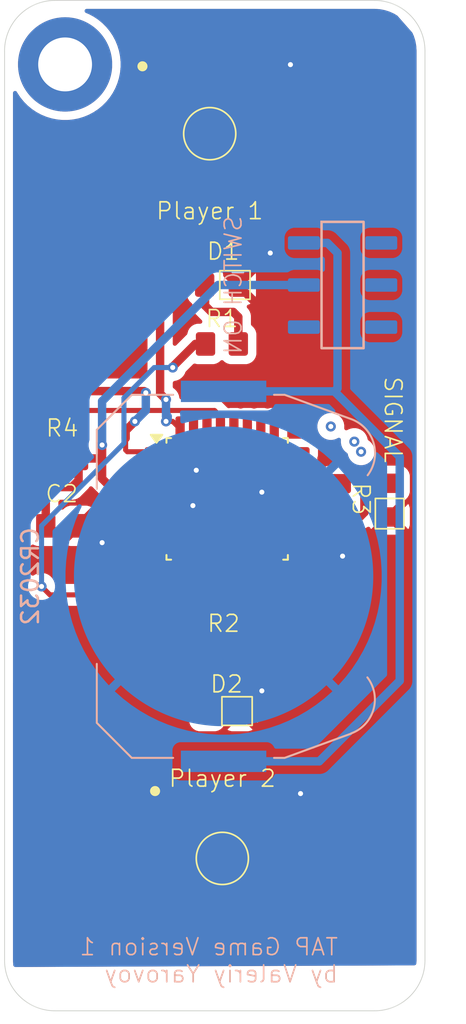
<source format=kicad_pcb>
(kicad_pcb (version 20241229) (generator "pcbnew") (generator_version "9.0")
  (layers (0 "F.Cu" signal) (2 "B.Cu" signal) (13 "F.Paste" user) (15 "B.Paste" user) (5 "F.SilkS" user "F.Silkscreen") (7 "B.SilkS" user "B.Silkscreen") (1 "F.Mask" user) (3 "B.Mask" user) (25 "Edge.Cuts" user))
  (net 0 "")
  (net 1 "GND")
  (net 2 "Net-(BT1-+)")
  (net 3 "VCC")
  (net 4 "Net-(D1-A)")
  (net 5 "Net-(D2-A)")
  (net 6 "Net-(D3-A)")
  (net 7 "Net-(U1-PB0)")
  (net 8 "Net-(U1-PB1)")
  (net 9 "Net-(U1-PB2)")
  (net 10 "Net-(U1-~{RESET}{slash}PC6)")
  (net 11 "Net-(U1-PD2)")
  (net 12 "Net-(U1-PD3)")
  (footprint "0805_LED_projekt_version1:SWITCH_6x6_Led_peoject" (layer "F.Cu") (at 180.55 91.55)
    (property "Reference" "Player 2" (at 0 -4.75 0) (layer "F.SilkS") (effects (font (thickness 0.1))))
    (property "Value" "SW_MEC_5E" (hide yes))
    (fp_circle (center -4 -4) (end -4 -4) (stroke (width 0.3)) (fill no) (layer "F.SilkS"))
    (fp_circle (center 0 0) (end 1.55 0) (stroke (width 0.1)) (fill no) (layer "F.SilkS"))
    (pad "1" smd roundrect (at -2.95 -2.25) (size 2.5 1.4) (layers "F.Cu" "F.Mask" "F.Paste") (roundrect_rratio 0.15) (net 12 "Net-(U1-PD3)"))
    (pad "2" smd roundrect (at -2.95 2.25) (size 3.2 1.4) (layers "F.Cu" "F.Mask" "F.Paste") (roundrect_rratio 0.15) (net 12 "Net-(U1-PD3)"))
    (pad "3" smd roundrect (at 2.95 -2.25) (size 3.2 1.4) (layers "F.Cu" "F.Mask" "F.Paste") (roundrect_rratio 0.15) (net 1 "GND"))
    (pad "4" smd roundrect (at 2.95 2.25) (size 2.5 1.4) (layers "F.Cu" "F.Mask" "F.Paste") (roundrect_rratio 0.15) (net 1 "GND"))
  )
  (footprint "0805_LED_projekt_version1:0805_Capacitor_prodject_version1_copy" (layer "F.Cu") (at 180.625 79.6)
    (property "Reference" "R2" (at 0 -2 0) (layer "F.SilkS") (effects (font (thickness 0.1))))
    (property "Value" "R")
    (pad "1" smd roundrect (at -0.975 0) (size 1.15 1.4) (layers "F.Cu" "F.Mask" "F.Paste") (roundrect_rratio 0.15) (net 8 "Net-(U1-PB1)"))
    (pad "2" smd roundrect (at 0.975 0) (size 1.15 1.4) (layers "F.Cu" "F.Mask" "F.Paste") (roundrect_rratio 0.15) (net 5 "Net-(D2-A)"))
  )
  (footprint "0805_LED_projekt_version1:0805_Capacitor_prodject_version1_copy" (layer "F.Cu") (at 180.525 61)
    (property "Reference" "R1" (at 0 -1.5 0) (layer "F.SilkS") (effects (font (thickness 0.1))))
    (property "Value" "R")
    (pad "1" smd roundrect (at -0.975 0) (size 1.15 1.4) (layers "F.Cu" "F.Mask" "F.Paste") (roundrect_rratio 0.15) (net 7 "Net-(U1-PB0)"))
    (pad "2" smd roundrect (at 0.975 0) (size 1.15 1.4) (layers "F.Cu" "F.Mask" "F.Paste") (roundrect_rratio 0.15) (net 4 "Net-(D1-A)"))
  )
  (footprint "0805_LED_projekt_version1:0805_Capacitor_prodject_version1_copy" (layer "F.Cu") (at 171.025 67.8)
    (property "Reference" "R4" (at 0 -1.8 0) (layer "F.SilkS") (effects (font (thickness 0.1))))
    (property "Value" "R")
    (pad "1" smd roundrect (at -0.975 0) (size 1.15 1.4) (layers "F.Cu" "F.Mask" "F.Paste") (roundrect_rratio 0.15) (net 10 "Net-(U1-~{RESET}{slash}PC6)"))
    (pad "2" smd roundrect (at 0.975 0) (size 1.15 1.4) (layers "F.Cu" "F.Mask" "F.Paste") (roundrect_rratio 0.15) (net 3 "VCC"))
  )
  (footprint "0805_LED_projekt_version1:SWITCH_6x6_Led_peoject" (layer "F.Cu") (at 179.8 48.512501)
    (property "Reference" "Player 1" (at 0 4.587499 0) (layer "F.SilkS") (effects (font (thickness 0.1))))
    (property "Value" "SW_MEC_5E")
    (fp_circle (center -4 -4) (end -4 -4) (stroke (width 0.3)) (fill no) (layer "F.SilkS"))
    (fp_circle (center 0 0) (end 1.55 0) (stroke (width 0.1)) (fill no) (layer "F.SilkS"))
    (pad "1" smd roundrect (at -2.95 -2.25) (size 2.5 1.4) (layers "F.Cu" "F.Mask" "F.Paste") (roundrect_rratio 0.15) (net 11 "Net-(U1-PD2)"))
    (pad "2" smd roundrect (at -2.95 2.25) (size 3.2 1.4) (layers "F.Cu" "F.Mask" "F.Paste") (roundrect_rratio 0.15) (net 11 "Net-(U1-PD2)"))
    (pad "3" smd roundrect (at 2.95 -2.25) (size 3.2 1.4) (layers "F.Cu" "F.Mask" "F.Paste") (roundrect_rratio 0.15) (net 1 "GND"))
    (pad "4" smd roundrect (at 2.95 2.25) (size 2.5 1.4) (layers "F.Cu" "F.Mask" "F.Paste") (roundrect_rratio 0.15) (net 1 "GND"))
  )
  (footprint "0805_LED_projekt_version1:0805_LED_prodject_version1" (layer "F.Cu") (at 180.625 82.8)
    (property "Reference" "D2" (at 0.175 -1.6 0) (layer "F.SilkS") (effects (font (thickness 0.1))))
    (property "Value" "~")
    (fp_rect (start -0.1 -0.85) (end 1.7 0.85) (stroke (width 0.1)) (fill no) (layer "F.SilkS"))
    (pad "1" smd roundrect (at -1 0) (size 1.15 1.4) (layers "F.Cu" "F.Mask" "F.Paste") (roundrect_rratio 0.15) (net 5 "Net-(D2-A)"))
    (pad "2" smd roundrect (at 1 0) (size 1.15 1.4) (layers "F.Cu" "F.Mask" "F.Paste") (roundrect_rratio 0.15) (net 1 "GND"))
  )
  (footprint "0805_LED_projekt_version1:0805_Capacitor_prodject_version1_copy" (layer "F.Cu") (at 187.5 70.275 -90)
    (property "Reference" "R3" (at -0.075 -1.3 270) (layer "F.SilkS") (effects (font (thickness 0.1))))
    (property "Value" "R")
    (pad "1" smd roundrect (at -0.975 0 270) (size 1.15 1.4) (layers "F.Cu" "F.Mask" "F.Paste") (roundrect_rratio 0.15) (net 9 "Net-(U1-PB2)"))
    (pad "2" smd roundrect (at 0.975 0 270) (size 1.15 1.4) (layers "F.Cu" "F.Mask" "F.Paste") (roundrect_rratio 0.15) (net 6 "Net-(D3-A)"))
  )
  (footprint "Package_QFP:TQFP-32_7x7mm_P0.8mm" (layer "F.Cu") (at 180.8375 70.2)
    (property "Reference" "U1" (hide yes))
    (property "Value" "ATmega328P-A")
    (fp_line (start -3.61 -3.61) (end -3.61 -3.335) (stroke (width 0.12)) (layer "F.SilkS"))
    (fp_line (start -3.61 3.61) (end -3.61 3.335) (stroke (width 0.12)) (layer "F.SilkS"))
    (fp_line (start -3.335 -3.61) (end -3.61 -3.61) (stroke (width 0.12)) (layer "F.SilkS"))
    (fp_line (start -3.335 3.61) (end -3.61 3.61) (stroke (width 0.12)) (layer "F.SilkS"))
    (fp_line (start 3.335 -3.61) (end 3.61 -3.61) (stroke (width 0.12)) (layer "F.SilkS"))
    (fp_line (start 3.335 3.61) (end 3.61 3.61) (stroke (width 0.12)) (layer "F.SilkS"))
    (fp_line (start 3.61 -3.61) (end 3.61 -3.335) (stroke (width 0.12)) (layer "F.SilkS"))
    (fp_line (start 3.61 3.61) (end 3.61 3.335) (stroke (width 0.12)) (layer "F.SilkS"))
    (fp_poly (pts (xy -4.2 -3.335) (xy -4.54 -3.805) (xy -3.86 -3.805)) (stroke (width 0.12)) (fill yes) (layer "F.SilkS"))
    (pad "1" smd roundrect (at -4.1625 -2.8) (size 1.475 0.55) (layers "F.Cu" "F.Mask" "F.Paste") (net 12 "Net-(U1-PD3)"))
    (pad "2" smd roundrect (at -4.1625 -2) (size 1.475 0.55) (layers "F.Cu" "F.Mask" "F.Paste"))
    (pad "3" smd roundrect (at -4.1625 -1.2) (size 1.475 0.55) (layers "F.Cu" "F.Mask" "F.Paste") (net 1 "GND"))
    (pad "4" smd roundrect (at -4.1625 -0.4) (size 1.475 0.55) (layers "F.Cu" "F.Mask" "F.Paste") (net 3 "VCC"))
    (pad "5" smd roundrect (at -4.1625 0.4) (size 1.475 0.55) (layers "F.Cu" "F.Mask" "F.Paste") (net 1 "GND"))
    (pad "6" smd roundrect (at -4.1625 1.2) (size 1.475 0.55) (layers "F.Cu" "F.Mask" "F.Paste") (net 3 "VCC"))
    (pad "7" smd roundrect (at -4.1625 2) (size 1.475 0.55) (layers "F.Cu" "F.Mask" "F.Paste"))
    (pad "8" smd roundrect (at -4.1625 2.8) (size 1.475 0.55) (layers "F.Cu" "F.Mask" "F.Paste"))
    (pad "9" smd roundrect (at -2.8 4.1625) (size 0.55 1.475) (layers "F.Cu" "F.Mask" "F.Paste"))
    (pad "10" smd roundrect (at -2 4.1625) (size 0.55 1.475) (layers "F.Cu" "F.Mask" "F.Paste"))
    (pad "11" smd roundrect (at -1.2 4.1625) (size 0.55 1.475) (layers "F.Cu" "F.Mask" "F.Paste"))
    (pad "12" smd roundrect (at -0.4 4.1625) (size 0.55 1.475) (layers "F.Cu" "F.Mask" "F.Paste") (net 7 "Net-(U1-PB0)"))
    (pad "13" smd roundrect (at 0.4 4.1625) (size 0.55 1.475) (layers "F.Cu" "F.Mask" "F.Paste") (net 8 "Net-(U1-PB1)"))
    (pad "14" smd roundrect (at 1.2 4.1625) (size 0.55 1.475) (layers "F.Cu" "F.Mask" "F.Paste") (net 9 "Net-(U1-PB2)"))
    (pad "15" smd roundrect (at 2 4.1625) (size 0.55 1.475) (layers "F.Cu" "F.Mask" "F.Paste"))
    (pad "16" smd roundrect (at 2.8 4.1625) (size 0.55 1.475) (layers "F.Cu" "F.Mask" "F.Paste"))
    (pad "17" smd roundrect (at 4.1625 2.8) (size 1.475 0.55) (layers "F.Cu" "F.Mask" "F.Paste"))
    (pad "18" smd roundrect (at 4.1625 2) (size 1.475 0.55) (layers "F.Cu" "F.Mask" "F.Paste") (net 3 "VCC"))
    (pad "19" smd roundrect (at 4.1625 1.2) (size 1.475 0.55) (layers "F.Cu" "F.Mask" "F.Paste"))
    (pad "20" smd roundrect (at 4.1625 0.4) (size 1.475 0.55) (layers "F.Cu" "F.Mask" "F.Paste"))
    (pad "21" smd roundrect (at 4.1625 -0.4) (size 1.475 0.55) (layers "F.Cu" "F.Mask" "F.Paste") (net 1 "GND"))
    (pad "22" smd roundrect (at 4.1625 -1.2) (size 1.475 0.55) (layers "F.Cu" "F.Mask" "F.Paste"))
    (pad "23" smd roundrect (at 4.1625 -2) (size 1.475 0.55) (layers "F.Cu" "F.Mask" "F.Paste"))
    (pad "24" smd roundrect (at 4.1625 -2.8) (size 1.475 0.55) (layers "F.Cu" "F.Mask" "F.Paste"))
    (pad "25" smd roundrect (at 2.8 -4.1625) (size 0.55 1.475) (layers "F.Cu" "F.Mask" "F.Paste"))
    (pad "26" smd roundrect (at 2 -4.1625) (size 0.55 1.475) (layers "F.Cu" "F.Mask" "F.Paste"))
    (pad "27" smd roundrect (at 1.2 -4.1625) (size 0.55 1.475) (layers "F.Cu" "F.Mask" "F.Paste"))
    (pad "28" smd roundrect (at 0.4 -4.1625) (size 0.55 1.475) (layers "F.Cu" "F.Mask" "F.Paste"))
    (pad "29" smd roundrect (at -0.4 -4.1625) (size 0.55 1.475) (layers "F.Cu" "F.Mask" "F.Paste") (net 10 "Net-(U1-~{RESET}{slash}PC6)"))
    (pad "30" smd roundrect (at -1.2 -4.1625) (size 0.55 1.475) (layers "F.Cu" "F.Mask" "F.Paste"))
    (pad "31" smd roundrect (at -2 -4.1625) (size 0.55 1.475) (layers "F.Cu" "F.Mask" "F.Paste"))
    (pad "32" smd roundrect (at -2.8 -4.1625) (size 0.55 1.475) (layers "F.Cu" "F.Mask" "F.Paste") (net 11 "Net-(U1-PD2)"))
  )
  (footprint "MountingHole:MountingHole_3.2mm_M3_DIN965_Pad_TopBottom" (layer "F.Cu") (at 171.2 44.4)
    (property "Reference" "H1" (hide yes))
    (property "Value" "MountingHole" (hide yes))
    (pad "1" thru_hole circle (at 0 0) (size 3.6 3.6) (drill 3.2) (layers "*.Cu" "*.Mask"))
    (pad "1" connect circle (at 0 0) (size 5.6 5.6) (layers "F.Cu" "F.Mask"))
    (pad "1" connect circle (at 0 0) (size 5.6 5.6) (layers "B.Cu" "B.Mask"))
  )
  (footprint "0805_LED_projekt_version1:0805_Capacitor_prodject_version1_copy" (layer "F.Cu") (at 171.025 71.8)
    (property "Reference" "C2" (at -0.025 -1.9 0) (layer "F.SilkS") (effects (font (thickness 0.1))))
    (property "Value" "1uF")
    (pad "1" smd roundrect (at -0.975 0) (size 1.15 1.4) (layers "F.Cu" "F.Mask" "F.Paste") (roundrect_rratio 0.15) (net 3 "VCC"))
    (pad "2" smd roundrect (at 0.975 0) (size 1.15 1.4) (layers "F.Cu" "F.Mask" "F.Paste") (roundrect_rratio 0.15) (net 1 "GND"))
  )
  (footprint "0805_LED_projekt_version1:0805_LED_prodject_version1" (layer "F.Cu") (at 190.5 70.275 -90)
    (property "Reference" "SIGNAL" (at -4.775 -0.2 270) (layer "F.SilkS") (effects (font (thickness 0.1))))
    (property "Value" "~" (hide yes))
    (fp_rect (start -0.1 -0.85) (end 1.7 0.85) (stroke (width 0.1)) (fill no) (layer "F.SilkS"))
    (pad "1" smd roundrect (at -1 0 270) (size 1.15 1.4) (layers "F.Cu" "F.Mask" "F.Paste") (roundrect_rratio 0.15) (net 6 "Net-(D3-A)"))
    (pad "2" smd roundrect (at 1 0 270) (size 1.15 1.4) (layers "F.Cu" "F.Mask" "F.Paste") (roundrect_rratio 0.15) (net 1 "GND"))
  )
  (footprint "0805_LED_projekt_version1:0805_LED_prodject_version1" (layer "F.Cu") (at 180.5 57.5)
    (property "Reference" "D1" (at 0.1 -2 0) (layer "F.SilkS") (effects (font (thickness 0.1))))
    (property "Value" "~")
    (fp_rect (start -0.1 -0.85) (end 1.7 0.85) (stroke (width 0.1)) (fill no) (layer "F.SilkS"))
    (pad "1" smd roundrect (at -1 0) (size 1.15 1.4) (layers "F.Cu" "F.Mask" "F.Paste") (roundrect_rratio 0.15) (net 4 "Net-(D1-A)"))
    (pad "2" smd roundrect (at 1 0) (size 1.15 1.4) (layers "F.Cu" "F.Mask" "F.Paste") (roundrect_rratio 0.15) (net 1 "GND"))
  )
  (footprint "0805_LED_projekt_version1:Knopka 1" (layer "B.Cu") (at 185.2 57.5 -90)
    (property "Reference" "SWITCH ON" (at 0 4 90) (layer "B.SilkS") (effects (font (thickness 0.1)) (justify mirror)))
    (property "Value" "SW_DPDT_x2" (hide yes))
    (fp_rect (start -3.75 -1.25) (end 3.75 -3.75) (stroke (width 0.15)) (fill no) (layer "B.SilkS"))
    (pad "1" smd roundrect (at -2.5 -0.2 270) (size 0.8 1.9) (layers "B.Cu" "B.Mask" "B.Paste") (roundrect_rratio 0.15) (net 2 "Net-(BT1-+)"))
    (pad "2" smd roundrect (at 0 -0.2 270) (size 0.8 1.9) (layers "B.Cu" "B.Mask" "B.Paste") (roundrect_rratio 0.15) (net 3 "VCC"))
    (pad "3" smd roundrect (at 2.5 -0.2 270) (size 0.8 1.9) (layers "B.Cu" "B.Mask" "B.Paste") (roundrect_rratio 0.15))
    (pad "4" smd roundrect (at -2.5 -4.8 270) (size 0.8 1.9) (layers "B.Cu" "B.Mask" "B.Paste") (roundrect_rratio 0.15))
    (pad "5" smd roundrect (at 0 -4.8 270) (size 0.8 1.9) (layers "B.Cu" "B.Mask" "B.Paste") (roundrect_rratio 0.15))
    (pad "6" smd roundrect (at 2.5 -4.8 270) (size 0.8 1.9) (layers "B.Cu" "B.Mask" "B.Paste") (roundrect_rratio 0.15))
  )
  (footprint "Battery:BatteryHolder_Keystone_3034_1x20mm" (layer "B.Cu") (at 180.625 74.8 -90)
    (property "Reference" "CR2032" (at 0 11.5 90) (layer "B.SilkS") (effects (justify mirror)))
    (property "Value" "Battery_Cell")
    (fp_line (start -8.7 7.54) (end -10.78 5.46) (stroke (width 0.12)) (layer "B.SilkS"))
    (fp_line (start -5.2 7.54) (end -8.7 7.54) (stroke (width 0.12)) (layer "B.SilkS"))
    (fp_line (start 8.7 7.54) (end 5.2 7.54) (stroke (width 0.12)) (layer "B.SilkS"))
    (fp_line (start 8.7 7.54) (end 10.78 5.46) (stroke (width 0.12)) (layer "B.SilkS"))
    (fp_line (start -10.78 5.46) (end -10.78 3) (stroke (width 0.12)) (layer "B.SilkS"))
    (fp_line (start 10.78 5.46) (end 10.78 3) (stroke (width 0.12)) (layer "B.SilkS"))
    (fp_line (start -10.78 -3) (end -10.78 -3.63) (stroke (width 0.12)) (layer "B.SilkS"))
    (fp_line (start 10.78 -3) (end 10.78 -3.63) (stroke (width 0.12)) (layer "B.SilkS"))
    (fp_line (start -10.78 -3.63) (end -9.34 -7.58) (stroke (width 0.12)) (layer "B.SilkS"))
    (fp_line (start 10.78 -3.63) (end 9.34 -7.58) (stroke (width 0.12)) (layer "B.SilkS"))
    (fp_arc (start -9.34 -7.58) (mid -7.921654 -8.918738) (end -6.003354 -8.56653) (stroke (width 0.12)) (layer "B.SilkS"))
    (fp_arc (start 6 -8.55) (mid 7.90634 -8.911669) (end 9.325243 -7.588169) (stroke (width 0.12)) (layer "B.SilkS"))
    (pad "1" smd rect (at -10.985 0 270) (size 1.27 5.08) (layers "B.Cu" "B.Mask" "B.Paste") (net 2 "Net-(BT1-+)"))
    (pad "1" smd rect (at 10.985 0 270) (size 1.27 5.08) (layers "B.Cu" "B.Mask" "B.Paste") (net 2 "Net-(BT1-+)"))
    (pad "2" smd circle (at 0 0 270) (size 17.8 17.8) (layers "B.Cu" "B.Mask") (net 1 "GND"))
  )
  (gr_line (start 183 46.4) (end 183.2 46.4) (stroke (width 0.2)) (layer "F.Cu") (net 1))
  (gr_line (start 183.2 46.2) (end 183 46.4) (stroke (width 0.2)) (layer "F.Cu") (net 1))
  (gr_line (start 167.6 97.6) (end 167.6 43.6) (stroke (width 0.05)) (layer "Edge.Cuts"))
  (gr_line (start 189.6 100.6) (end 170.6 100.6) (stroke (width 0.05)) (layer "Edge.Cuts"))
  (gr_arc (start 167.6 43.6) (mid 168.47868 41.47868) (end 170.6 40.6) (stroke (width 0.05)) (layer "Edge.Cuts"))
  (gr_arc (start 189.6 40.6) (mid 191.72132 41.47868) (end 192.6 43.6) (stroke (width 0.05)) (layer "Edge.Cuts"))
  (gr_line (start 192.6 43.6) (end 192.6 97.6) (stroke (width 0.05)) (layer "Edge.Cuts"))
  (gr_line (start 170.6 40.6) (end 189.6 40.6) (stroke (width 0.05)) (layer "Edge.Cuts"))
  (gr_arc (start 192.6 97.6) (mid 191.72132 99.72132) (end 189.6 100.6) (stroke (width 0.05)) (layer "Edge.Cuts"))
  (gr_arc (start 170.6 100.6) (mid 168.47868 99.72132) (end 167.6 97.6) (stroke (width 0.05)) (layer "Edge.Cuts"))
  (gr_text "TAP Game Version 1 \nby Valeriy Yarovoy " (at 187.5 99 0) (layer "B.SilkS") (effects (font (size 1 1) (thickness 0.1)) (justify left bottom mirror)))
  (via (at 188.4 66.8) (size 0.6) (drill 0.3) (layers "F.Cu" "B.Cu") (net 0))
  (via (at 188.8 67.4) (size 0.6) (drill 0.3) (layers "F.Cu" "B.Cu") (net 0))
  (via (at 187 65.9) (size 0.6) (drill 0.3) (layers "F.Cu" "B.Cu") (net 0))
  (segment (start 182.9 81.6) (end 182.9 81.5) (width 0.3) (layer "F.Cu") (net 1))
  (segment (start 173.4 72.8) (end 173.4 72.9) (width 0.3) (layer "F.Cu") (net 1))
  (segment (start 176.675 70.6) (end 178.8 70.6) (width 0.3) (layer "F.Cu") (net 1))
  (segment (start 190.5 71.25) (end 188.15 73.6) (width 0.3) (layer "F.Cu") (net 1))
  (segment (start 181.6 82.8) (end 182.9 81.5) (width 0.3) (layer "F.Cu") (net 1))
  (segment (start 185.1 87.7) (end 185.2 87.7) (width 0.3) (layer "F.Cu") (net 1))
  (segment (start 178.5 69) (end 179 68.5) (width 0.3) (layer "F.Cu") (net 1))
  (segment (start 184.6 44.4) (end 184.6 44.412501) (width 0.3) (layer "F.Cu") (net 1))
  (segment (start 182.75 46.262501) (end 182.75 50.762501) (width 0.5) (layer "F.Cu") (net 1))
  (segment (start 173.1 72.9) (end 173.4 72.9) (width 0.3) (layer "F.Cu") (net 1))
  (segment (start 182.75 46.262501) (end 184.6 44.412501) (width 0.3) (layer "F.Cu") (net 1))
  (segment (start 172 71.8) (end 173.1 72.9) (width 0.3) (layer "F.Cu") (net 1))
  (segment (start 183.5 89.3) (end 185.1 87.7) (width 0.3) (layer "F.Cu") (net 1))
  (segment (start 187.6 73.6) (end 187.7 73.6) (width 0.3) (layer "F.Cu") (net 1))
  (segment (start 181.5 57.5) (end 183.4 55.6) (width 0.3) (layer "F.Cu") (net 1))
  (segment (start 176.675 69) (end 178.5 69) (width 0.3) (layer "F.Cu") (net 1))
  (segment (start 183.5 93.8) (end 183.5 89.3) (width 0.5) (layer "F.Cu") (net 1))
  (segment (start 187.7 73.6) (end 187.9 73.6) (width 0.3) (layer "F.Cu") (net 1))
  (segment (start 181.475 57.5) (end 181.5 57.5) (width 0.3) (layer "F.Cu") (net 1))
  (segment (start 188.15 73.6) (end 187.6 73.6) (width 0.3) (layer "F.Cu") (net 1))
  (segment (start 185 69.8) (end 182.9 69.8) (width 0.3) (layer "F.Cu") (net 1))
  (via (at 185.2 87.7) (size 0.6) (drill 0.3) (layers "F.Cu" "B.Cu") (net 1))
  (via (at 178.8 70.6) (size 0.6) (drill 0.3) (layers "F.Cu" "B.Cu") (net 1))
  (via (at 179 68.5) (size 0.6) (drill 0.3) (layers "F.Cu" "B.Cu") (net 1))
  (via (at 182.9 69.8) (size 0.6) (drill 0.3) (layers "F.Cu" "B.Cu") (net 1))
  (via (at 184.6 44.412501) (size 0.6) (drill 0.3) (layers "F.Cu" "B.Cu") (net 1))
  (via (at 182.9 81.6) (size 0.6) (drill 0.3) (layers "F.Cu" "B.Cu") (net 1))
  (via (at 187.7 73.6) (size 0.6) (drill 0.3) (layers "F.Cu" "B.Cu") (net 1))
  (via (at 183.4 55.6) (size 0.6) (drill 0.3) (layers "F.Cu" "B.Cu") (net 1))
  (via (at 173.4 72.8) (size 0.6) (drill 0.3) (layers "F.Cu" "B.Cu") (net 1))
  (segment (start 181.825 73.6) (end 180.625 74.8) (width 0.3) (layer "B.Cu") (net 1))
  (segment (start 187.7 73.6) (end 181.825 73.6) (width 0.3) (layer "B.Cu") (net 1))
  (segment (start 185.5 55) (end 186.8 55) (width 0.5) (layer "B.Cu") (net 2))
  (segment (start 187.4 63.63) (end 187.215 63.815) (width 0.5) (layer "B.Cu") (net 2))
  (segment (start 187.4 55.6) (end 187.4 63.63) (width 0.5) (layer "B.Cu") (net 2))
  (segment (start 186.315 85.785) (end 191.1 81) (width 0.5) (layer "B.Cu") (net 2))
  (segment (start 191.1 81) (end 191.1 67.7) (width 0.5) (layer "B.Cu") (net 2))
  (segment (start 186.8 55) (end 187.4 55.6) (width 0.5) (layer "B.Cu") (net 2))
  (segment (start 180.625 85.785) (end 186.315 85.785) (width 0.5) (layer "B.Cu") (net 2))
  (segment (start 191.1 67.7) (end 187.215 63.815) (width 0.5) (layer "B.Cu") (net 2))
  (segment (start 187.215 63.815) (end 180.625 63.815) (width 0.5) (layer "B.Cu") (net 2))
  (segment (start 183.567846 71.4) (end 184.367846 72.2) (width 0.3) (layer "F.Cu") (net 3))
  (segment (start 176.675 69.8) (end 180.7 69.8) (width 0.3) (layer "F.Cu") (net 3))
  (segment (start 174.2 69.8) (end 176.675 69.8) (width 0.3) (layer "F.Cu") (net 3))
  (segment (start 174.1 69.7) (end 174.2 69.8) (width 0.3) (layer "F.Cu") (net 3))
  (segment (start 172 69.1) (end 171.6 69.5) (width 0.5) (layer "F.Cu") (net 3))
  (segment (start 172 67.8) (end 172 69.1) (width 0.5) (layer "F.Cu") (net 3))
  (segment (start 173.4 67.8) (end 172 67.8) (width 0.5) (layer "F.Cu") (net 3))
  (segment (start 170.05 69.85) (end 170.05 71.8) (width 0.5) (layer "F.Cu") (net 3))
  (segment (start 184.367846 72.2) (end 185 72.2) (width 0.3) (layer "F.Cu") (net 3))
  (segment (start 171.6 69.5) (end 170.4 69.5) (width 0.5) (layer "F.Cu") (net 3))
  (segment (start 173.4 67.8) (end 173.4 69) (width 0.5) (layer "F.Cu") (net 3))
  (segment (start 181.2 71.4) (end 183.567846 71.4) (width 0.3) (layer "F.Cu") (net 3))
  (segment (start 173.4 67) (end 173.4 67.8) (width 0.5) (layer "F.Cu") (net 3))
  (segment (start 176.675 71.4) (end 181.2 71.4) (width 0.3) (layer "F.Cu") (net 3))
  (segment (start 181.2 70.3) (end 181.2 71.4) (width 0.3) (layer "F.Cu") (net 3))
  (segment (start 173.4 69) (end 174.1 69.7) (width 0.5) (layer "F.Cu") (net 3))
  (segment (start 170.4 69.5) (end 170.05 69.85) (width 0.5) (layer "F.Cu") (net 3))
  (segment (start 180.7 69.8) (end 181.2 70.3) (width 0.3) (layer "F.Cu") (net 3))
  (via (at 173.4 67) (size 0.6) (drill 0.3) (layers "F.Cu" "B.Cu") (net 3))
  (segment (start 180.3 57.5) (end 185.5 57.5) (width 0.5) (layer "B.Cu") (net 3))
  (segment (start 180.3 57.5) (end 173.4 64.4) (width 0.5) (layer "B.Cu") (net 3))
  (segment (start 173.4 64.4) (end 173.4 67) (width 0.5) (layer "B.Cu") (net 3))
  (segment (start 181.2 59.1) (end 181.5 59.4) (width 0.5) (layer "F.Cu") (net 4))
  (segment (start 181.5 59.4) (end 181.5 61) (width 0.5) (layer "F.Cu") (net 4))
  (segment (start 179.525 57.5) (end 179.525 58.725) (width 0.5) (layer "F.Cu") (net 4))
  (segment (start 179.9 59.1) (end 181.2 59.1) (width 0.5) (layer "F.Cu") (net 4))
  (segment (start 179.525 58.725) (end 179.9 59.1) (width 0.5) (layer "F.Cu") (net 4))
  (segment (start 181.5 81.2) (end 181.5 81.1) (width 0.5) (layer "F.Cu") (net 5))
  (segment (start 180 81.3) (end 181.4 81.3) (width 0.5) (layer "F.Cu") (net 5))
  (segment (start 181.6 81) (end 181.6 79.6) (width 0.5) (layer "F.Cu") (net 5))
  (segment (start 179.65 82.8) (end 179.65 81.65) (width 0.5) (layer "F.Cu") (net 5))
  (segment (start 179.65 81.65) (end 180 81.3) (width 0.5) (layer "F.Cu") (net 5))
  (segment (start 181.4 81.3) (end 181.5 81.2) (width 0.5) (layer "F.Cu") (net 5))
  (segment (start 181.5 81.1) (end 181.6 81) (width 0.5) (layer "F.Cu") (net 5))
  (segment (start 189 69.7) (end 189 71) (width 0.5) (layer "F.Cu") (net 6))
  (segment (start 188.75 71.25) (end 187.5 71.25) (width 0.5) (layer "F.Cu") (net 6))
  (segment (start 190.5 69.3) (end 189.4 69.3) (width 0.5) (layer "F.Cu") (net 6))
  (segment (start 189 71) (end 188.75 71.25) (width 0.5) (layer "F.Cu") (net 6))
  (segment (start 189.4 69.3) (end 189 69.7) (width 0.5) (layer "F.Cu") (net 6))
  (segment (start 180.3 75.9) (end 180.4375 75.7625) (width 0.3) (layer "F.Cu") (net 7))
  (segment (start 180.4375 75.7625) (end 180.4375 74.3625) (width 0.3) (layer "F.Cu") (net 7))
  (segment (start 177.551 62.4) (end 177.6 62.4) (width 0.5) (layer "F.Cu") (net 7))
  (segment (start 169.8 75.4) (end 170.3 75.9) (width 0.3) (layer "F.Cu") (net 7))
  (segment (start 178.951 61) (end 177.551 62.4) (width 0.5) (layer "F.Cu") (net 7))
  (segment (start 170.3 75.9) (end 180.3 75.9) (width 0.3) (layer "F.Cu") (net 7))
  (segment (start 179.55 61) (end 178.951 61) (width 0.5) (layer "F.Cu") (net 7))
  (via (at 177.6 62.4) (size 0.6) (drill 0.3) (layers "F.Cu" "B.Cu") (net 7))
  (via (at 169.8 75.4) (size 0.6) (drill 0.3) (layers "F.Cu" "B.Cu") (net 7))
  (segment (start 174.7 64.2) (end 174.7 66.9) (width 0.3) (layer "B.Cu") (net 7))
  (segment (start 176.5 62.4) (end 174.7 64.2) (width 0.3) (layer "B.Cu") (net 7))
  (segment (start 174.7 66.9) (end 169.8 71.8) (width 0.3) (layer "B.Cu") (net 7))
  (segment (start 169.8 71.8) (end 169.8 75.4) (width 0.3) (layer "B.Cu") (net 7))
  (segment (start 177.6 62.4) (end 176.5 62.4) (width 0.3) (layer "B.Cu") (net 7))
  (segment (start 180.2 76.9) (end 181.2 76.9) (width 0.3) (layer "F.Cu") (net 8))
  (segment (start 179.65 77.45) (end 180.2 76.9) (width 0.3) (layer "F.Cu") (net 8))
  (segment (start 179.65 79.6) (end 179.65 77.45) (width 0.3) (layer "F.Cu") (net 8))
  (segment (start 181.2 76.9) (end 181.2375 76.8625) (width 0.3) (layer "F.Cu") (net 8))
  (segment (start 181.2375 76.8625) (end 181.2375 74.3625) (width 0.3) (layer "F.Cu") (net 8))
  (segment (start 182 75.9) (end 182.0375 75.8625) (width 0.3) (layer "F.Cu") (net 9))
  (segment (start 184.7 76.1) (end 182.2 76.1) (width 0.3) (layer "F.Cu") (net 9))
  (segment (start 186.2 74.6) (end 184.7 76.1) (width 0.3) (layer "F.Cu") (net 9))
  (segment (start 182.0375 75.8625) (end 182.0375 74.3625) (width 0.3) (layer "F.Cu") (net 9))
  (segment (start 182.2 76.1) (end 182 75.9) (width 0.3) (layer "F.Cu") (net 9))
  (segment (start 187.5 69.3) (end 186.2 70.6) (width 0.3) (layer "F.Cu") (net 9))
  (segment (start 186.2 70.6) (end 186.2 74.6) (width 0.3) (layer "F.Cu") (net 9))
  (segment (start 180.4375 65.300001) (end 180.4375 66.0375) (width 0.3) (layer "F.Cu") (net 10))
  (segment (start 180.086499 64.949) (end 180.4375 65.300001) (width 0.3) (layer "F.Cu") (net 10))
  (segment (start 170.05 65.95) (end 171.051 64.949) (width 0.3) (layer "F.Cu") (net 10))
  (segment (start 170.05 67.8) (end 170.05 65.95) (width 0.3) (layer "F.Cu") (net 10))
  (segment (start 171.051 64.949) (end 180.086499 64.949) (width 0.3) (layer "F.Cu") (net 10))
  (segment (start 177.2 64.3) (end 177.2 64.299) (width 0.5) (layer "F.Cu") (net 11))
  (segment (start 176.85 46.262501) (end 176.85 50.762501) (width 0.5) (layer "F.Cu") (net 11))
  (segment (start 176.85 50.762501) (end 176.85 63.95) (width 0.5) (layer "F.Cu") (net 11))
  (segment (start 177.2 65.599) (end 177.599 65.599) (width 0.3) (layer "F.Cu") (net 11))
  (segment (start 177.599 65.599) (end 178.0375 66.0375) (width 0.3) (layer "F.Cu") (net 11))
  (segment (start 176.85 63.95) (end 177.2 64.3) (width 0.5) (layer "F.Cu") (net 11))
  (via (at 177.2 64.299) (size 0.6) (drill 0.3) (layers "F.Cu" "B.Cu") (net 11))
  (via (at 177.2 65.599) (size 0.6) (drill 0.3) (layers "F.Cu" "B.Cu") (net 11))
  (segment (start 177.3 65.3) (end 177.3 65.499) (width 0.5) (layer "B.Cu") (net 11))
  (segment (start 177.3 65.499) (end 177.2 65.599) (width 0.5) (layer "B.Cu") (net 11))
  (segment (start 177.2 65.3) (end 177.2 64.299) (width 0.5) (layer "B.Cu") (net 11))
  (segment (start 177.2 65.3) (end 177.3 65.3) (width 0.5) (layer "B.Cu") (net 11))
  (segment (start 174.9 67.4) (end 176.675 67.4) (width 0.3) (layer "F.Cu") (net 12))
  (segment (start 175.35 65.599) (end 174.8 66.149) (width 0.5) (layer "F.Cu") (net 12))
  (segment (start 168.4 66.750058) (end 168.4 80.1) (width 0.5) (layer "F.Cu") (net 12))
  (segment (start 177.6 93.8) (end 177.6 89.3) (width 0.5) (layer "F.Cu") (net 12))
  (segment (start 174.8 67.3) (end 174.8 66.6) (width 0.3) (layer "F.Cu") (net 12))
  (segment (start 175.9 63.8) (end 171.350058 63.8) (width 0.5) (layer "F.Cu") (net 12))
  (segment (start 176 63.9) (end 175.9 63.8) (width 0.5) (layer "F.Cu") (net 12))
  (segment (start 168.4 80.1) (end 177.6 89.3) (width 0.5) (layer "F.Cu") (net 12))
  (segment (start 171.350058 63.8) (end 168.4 66.750058) (width 0.5) (layer "F.Cu") (net 12))
  (segment (start 174.9 67.4) (end 174.8 67.3) (width 0.3) (layer "F.Cu") (net 12))
  (segment (start 174.8 66.149) (end 174.8 66.6) (width 0.5) (layer "F.Cu") (net 12))
  (via (at 175.35 65.599) (size 0.6) (drill 0.3) (layers "F.Cu" "B.Cu") (net 12))
  (via (at 176 63.9) (size 0.6) (drill 0.3) (layers "F.Cu" "B.Cu") (net 12))
  (segment (start 176 63.9) (end 176 64.949) (width 0.5) (layer "B.Cu") (net 12))
  (segment (start 176 64.949) (end 175.35 65.599) (width 0.5) (layer "B.Cu") (net 12))
  (zone (net 1) (net_name "GND") (layers "F.Cu" "B.Cu") (connect_pads (clearance 0.5)) (min_thickness 0.25) (fill yes (thermal_gap 0.5) (thermal_bridge_width 0.5))
    (polygon (pts (xy 169.5 41) (xy 190.6 41.1) (xy 192.1 42.8) (xy 192.2 97.9) (xy 168 98) (xy 167.8 43.7) (xy 169.6 41)))
  )
)
</source>
